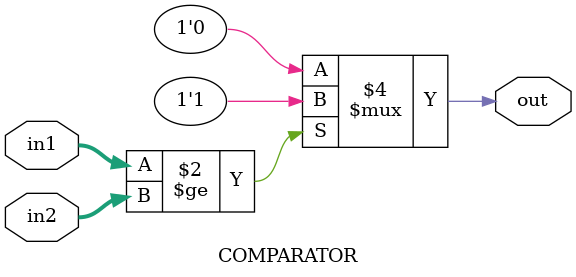
<source format=v>
`define BIT_SIZE [7:0]
module COMPARATOR (out, in1, in2);
	output reg out;
	input `BIT_SIZE in1, in2;
	always@(*) begin
		if(in1 >= in2)
			out=1;
		else 
			out=0;
	end
endmodule

</source>
